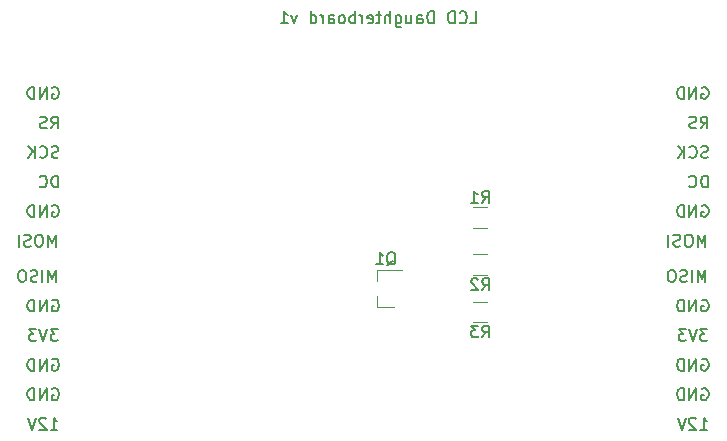
<source format=gbr>
G04 #@! TF.GenerationSoftware,KiCad,Pcbnew,(5.1.0)-1*
G04 #@! TF.CreationDate,2019-08-17T17:24:14+01:00*
G04 #@! TF.ProjectId,lcd_Daughterboard,6c63645f-4461-4756-9768-746572626f61,rev?*
G04 #@! TF.SameCoordinates,Original*
G04 #@! TF.FileFunction,Legend,Bot*
G04 #@! TF.FilePolarity,Positive*
%FSLAX46Y46*%
G04 Gerber Fmt 4.6, Leading zero omitted, Abs format (unit mm)*
G04 Created by KiCad (PCBNEW (5.1.0)-1) date 2019-08-17 17:24:14*
%MOMM*%
%LPD*%
G04 APERTURE LIST*
%ADD10C,0.150000*%
%ADD11C,0.120000*%
G04 APERTURE END LIST*
D10*
X143161904Y-102552380D02*
X143638095Y-102552380D01*
X143638095Y-101552380D01*
X142257142Y-102457142D02*
X142304761Y-102504761D01*
X142447619Y-102552380D01*
X142542857Y-102552380D01*
X142685714Y-102504761D01*
X142780952Y-102409523D01*
X142828571Y-102314285D01*
X142876190Y-102123809D01*
X142876190Y-101980952D01*
X142828571Y-101790476D01*
X142780952Y-101695238D01*
X142685714Y-101600000D01*
X142542857Y-101552380D01*
X142447619Y-101552380D01*
X142304761Y-101600000D01*
X142257142Y-101647619D01*
X141828571Y-102552380D02*
X141828571Y-101552380D01*
X141590476Y-101552380D01*
X141447619Y-101600000D01*
X141352380Y-101695238D01*
X141304761Y-101790476D01*
X141257142Y-101980952D01*
X141257142Y-102123809D01*
X141304761Y-102314285D01*
X141352380Y-102409523D01*
X141447619Y-102504761D01*
X141590476Y-102552380D01*
X141828571Y-102552380D01*
X140066666Y-102552380D02*
X140066666Y-101552380D01*
X139828571Y-101552380D01*
X139685714Y-101600000D01*
X139590476Y-101695238D01*
X139542857Y-101790476D01*
X139495238Y-101980952D01*
X139495238Y-102123809D01*
X139542857Y-102314285D01*
X139590476Y-102409523D01*
X139685714Y-102504761D01*
X139828571Y-102552380D01*
X140066666Y-102552380D01*
X138638095Y-102552380D02*
X138638095Y-102028571D01*
X138685714Y-101933333D01*
X138780952Y-101885714D01*
X138971428Y-101885714D01*
X139066666Y-101933333D01*
X138638095Y-102504761D02*
X138733333Y-102552380D01*
X138971428Y-102552380D01*
X139066666Y-102504761D01*
X139114285Y-102409523D01*
X139114285Y-102314285D01*
X139066666Y-102219047D01*
X138971428Y-102171428D01*
X138733333Y-102171428D01*
X138638095Y-102123809D01*
X137733333Y-101885714D02*
X137733333Y-102552380D01*
X138161904Y-101885714D02*
X138161904Y-102409523D01*
X138114285Y-102504761D01*
X138019047Y-102552380D01*
X137876190Y-102552380D01*
X137780952Y-102504761D01*
X137733333Y-102457142D01*
X136828571Y-101885714D02*
X136828571Y-102695238D01*
X136876190Y-102790476D01*
X136923809Y-102838095D01*
X137019047Y-102885714D01*
X137161904Y-102885714D01*
X137257142Y-102838095D01*
X136828571Y-102504761D02*
X136923809Y-102552380D01*
X137114285Y-102552380D01*
X137209523Y-102504761D01*
X137257142Y-102457142D01*
X137304761Y-102361904D01*
X137304761Y-102076190D01*
X137257142Y-101980952D01*
X137209523Y-101933333D01*
X137114285Y-101885714D01*
X136923809Y-101885714D01*
X136828571Y-101933333D01*
X136352380Y-102552380D02*
X136352380Y-101552380D01*
X135923809Y-102552380D02*
X135923809Y-102028571D01*
X135971428Y-101933333D01*
X136066666Y-101885714D01*
X136209523Y-101885714D01*
X136304761Y-101933333D01*
X136352380Y-101980952D01*
X135590476Y-101885714D02*
X135209523Y-101885714D01*
X135447619Y-101552380D02*
X135447619Y-102409523D01*
X135400000Y-102504761D01*
X135304761Y-102552380D01*
X135209523Y-102552380D01*
X134495238Y-102504761D02*
X134590476Y-102552380D01*
X134780952Y-102552380D01*
X134876190Y-102504761D01*
X134923809Y-102409523D01*
X134923809Y-102028571D01*
X134876190Y-101933333D01*
X134780952Y-101885714D01*
X134590476Y-101885714D01*
X134495238Y-101933333D01*
X134447619Y-102028571D01*
X134447619Y-102123809D01*
X134923809Y-102219047D01*
X134019047Y-102552380D02*
X134019047Y-101885714D01*
X134019047Y-102076190D02*
X133971428Y-101980952D01*
X133923809Y-101933333D01*
X133828571Y-101885714D01*
X133733333Y-101885714D01*
X133400000Y-102552380D02*
X133400000Y-101552380D01*
X133400000Y-101933333D02*
X133304761Y-101885714D01*
X133114285Y-101885714D01*
X133019047Y-101933333D01*
X132971428Y-101980952D01*
X132923809Y-102076190D01*
X132923809Y-102361904D01*
X132971428Y-102457142D01*
X133019047Y-102504761D01*
X133114285Y-102552380D01*
X133304761Y-102552380D01*
X133400000Y-102504761D01*
X132352380Y-102552380D02*
X132447619Y-102504761D01*
X132495238Y-102457142D01*
X132542857Y-102361904D01*
X132542857Y-102076190D01*
X132495238Y-101980952D01*
X132447619Y-101933333D01*
X132352380Y-101885714D01*
X132209523Y-101885714D01*
X132114285Y-101933333D01*
X132066666Y-101980952D01*
X132019047Y-102076190D01*
X132019047Y-102361904D01*
X132066666Y-102457142D01*
X132114285Y-102504761D01*
X132209523Y-102552380D01*
X132352380Y-102552380D01*
X131161904Y-102552380D02*
X131161904Y-102028571D01*
X131209523Y-101933333D01*
X131304761Y-101885714D01*
X131495238Y-101885714D01*
X131590476Y-101933333D01*
X131161904Y-102504761D02*
X131257142Y-102552380D01*
X131495238Y-102552380D01*
X131590476Y-102504761D01*
X131638095Y-102409523D01*
X131638095Y-102314285D01*
X131590476Y-102219047D01*
X131495238Y-102171428D01*
X131257142Y-102171428D01*
X131161904Y-102123809D01*
X130685714Y-102552380D02*
X130685714Y-101885714D01*
X130685714Y-102076190D02*
X130638095Y-101980952D01*
X130590476Y-101933333D01*
X130495238Y-101885714D01*
X130400000Y-101885714D01*
X129638095Y-102552380D02*
X129638095Y-101552380D01*
X129638095Y-102504761D02*
X129733333Y-102552380D01*
X129923809Y-102552380D01*
X130019047Y-102504761D01*
X130066666Y-102457142D01*
X130114285Y-102361904D01*
X130114285Y-102076190D01*
X130066666Y-101980952D01*
X130019047Y-101933333D01*
X129923809Y-101885714D01*
X129733333Y-101885714D01*
X129638095Y-101933333D01*
X128495238Y-101885714D02*
X128257142Y-102552380D01*
X128019047Y-101885714D01*
X127114285Y-102552380D02*
X127685714Y-102552380D01*
X127400000Y-102552380D02*
X127400000Y-101552380D01*
X127495238Y-101695238D01*
X127590476Y-101790476D01*
X127685714Y-101838095D01*
X163238095Y-128452380D02*
X162619047Y-128452380D01*
X162952380Y-128833333D01*
X162809523Y-128833333D01*
X162714285Y-128880952D01*
X162666666Y-128928571D01*
X162619047Y-129023809D01*
X162619047Y-129261904D01*
X162666666Y-129357142D01*
X162714285Y-129404761D01*
X162809523Y-129452380D01*
X163095238Y-129452380D01*
X163190476Y-129404761D01*
X163238095Y-129357142D01*
X162333333Y-128452380D02*
X162000000Y-129452380D01*
X161666666Y-128452380D01*
X161428571Y-128452380D02*
X160809523Y-128452380D01*
X161142857Y-128833333D01*
X161000000Y-128833333D01*
X160904761Y-128880952D01*
X160857142Y-128928571D01*
X160809523Y-129023809D01*
X160809523Y-129261904D01*
X160857142Y-129357142D01*
X160904761Y-129404761D01*
X161000000Y-129452380D01*
X161285714Y-129452380D01*
X161380952Y-129404761D01*
X161428571Y-129357142D01*
X162761904Y-126000000D02*
X162857142Y-125952380D01*
X163000000Y-125952380D01*
X163142857Y-126000000D01*
X163238095Y-126095238D01*
X163285714Y-126190476D01*
X163333333Y-126380952D01*
X163333333Y-126523809D01*
X163285714Y-126714285D01*
X163238095Y-126809523D01*
X163142857Y-126904761D01*
X163000000Y-126952380D01*
X162904761Y-126952380D01*
X162761904Y-126904761D01*
X162714285Y-126857142D01*
X162714285Y-126523809D01*
X162904761Y-126523809D01*
X162285714Y-126952380D02*
X162285714Y-125952380D01*
X161714285Y-126952380D01*
X161714285Y-125952380D01*
X161238095Y-126952380D02*
X161238095Y-125952380D01*
X161000000Y-125952380D01*
X160857142Y-126000000D01*
X160761904Y-126095238D01*
X160714285Y-126190476D01*
X160666666Y-126380952D01*
X160666666Y-126523809D01*
X160714285Y-126714285D01*
X160761904Y-126809523D01*
X160857142Y-126904761D01*
X161000000Y-126952380D01*
X161238095Y-126952380D01*
X162761904Y-131000000D02*
X162857142Y-130952380D01*
X163000000Y-130952380D01*
X163142857Y-131000000D01*
X163238095Y-131095238D01*
X163285714Y-131190476D01*
X163333333Y-131380952D01*
X163333333Y-131523809D01*
X163285714Y-131714285D01*
X163238095Y-131809523D01*
X163142857Y-131904761D01*
X163000000Y-131952380D01*
X162904761Y-131952380D01*
X162761904Y-131904761D01*
X162714285Y-131857142D01*
X162714285Y-131523809D01*
X162904761Y-131523809D01*
X162285714Y-131952380D02*
X162285714Y-130952380D01*
X161714285Y-131952380D01*
X161714285Y-130952380D01*
X161238095Y-131952380D02*
X161238095Y-130952380D01*
X161000000Y-130952380D01*
X160857142Y-131000000D01*
X160761904Y-131095238D01*
X160714285Y-131190476D01*
X160666666Y-131380952D01*
X160666666Y-131523809D01*
X160714285Y-131714285D01*
X160761904Y-131809523D01*
X160857142Y-131904761D01*
X161000000Y-131952380D01*
X161238095Y-131952380D01*
X163071428Y-124452380D02*
X163071428Y-123452380D01*
X162738095Y-124166666D01*
X162404761Y-123452380D01*
X162404761Y-124452380D01*
X161928571Y-124452380D02*
X161928571Y-123452380D01*
X161500000Y-124404761D02*
X161357142Y-124452380D01*
X161119047Y-124452380D01*
X161023809Y-124404761D01*
X160976190Y-124357142D01*
X160928571Y-124261904D01*
X160928571Y-124166666D01*
X160976190Y-124071428D01*
X161023809Y-124023809D01*
X161119047Y-123976190D01*
X161309523Y-123928571D01*
X161404761Y-123880952D01*
X161452380Y-123833333D01*
X161500000Y-123738095D01*
X161500000Y-123642857D01*
X161452380Y-123547619D01*
X161404761Y-123500000D01*
X161309523Y-123452380D01*
X161071428Y-123452380D01*
X160928571Y-123500000D01*
X160309523Y-123452380D02*
X160119047Y-123452380D01*
X160023809Y-123500000D01*
X159928571Y-123595238D01*
X159880952Y-123785714D01*
X159880952Y-124119047D01*
X159928571Y-124309523D01*
X160023809Y-124404761D01*
X160119047Y-124452380D01*
X160309523Y-124452380D01*
X160404761Y-124404761D01*
X160500000Y-124309523D01*
X160547619Y-124119047D01*
X160547619Y-123785714D01*
X160500000Y-123595238D01*
X160404761Y-123500000D01*
X160309523Y-123452380D01*
X163071428Y-121452380D02*
X163071428Y-120452380D01*
X162738095Y-121166666D01*
X162404761Y-120452380D01*
X162404761Y-121452380D01*
X161738095Y-120452380D02*
X161547619Y-120452380D01*
X161452380Y-120500000D01*
X161357142Y-120595238D01*
X161309523Y-120785714D01*
X161309523Y-121119047D01*
X161357142Y-121309523D01*
X161452380Y-121404761D01*
X161547619Y-121452380D01*
X161738095Y-121452380D01*
X161833333Y-121404761D01*
X161928571Y-121309523D01*
X161976190Y-121119047D01*
X161976190Y-120785714D01*
X161928571Y-120595238D01*
X161833333Y-120500000D01*
X161738095Y-120452380D01*
X160928571Y-121404761D02*
X160785714Y-121452380D01*
X160547619Y-121452380D01*
X160452380Y-121404761D01*
X160404761Y-121357142D01*
X160357142Y-121261904D01*
X160357142Y-121166666D01*
X160404761Y-121071428D01*
X160452380Y-121023809D01*
X160547619Y-120976190D01*
X160738095Y-120928571D01*
X160833333Y-120880952D01*
X160880952Y-120833333D01*
X160928571Y-120738095D01*
X160928571Y-120642857D01*
X160880952Y-120547619D01*
X160833333Y-120500000D01*
X160738095Y-120452380D01*
X160500000Y-120452380D01*
X160357142Y-120500000D01*
X159928571Y-121452380D02*
X159928571Y-120452380D01*
X162619047Y-136952380D02*
X163190476Y-136952380D01*
X162904761Y-136952380D02*
X162904761Y-135952380D01*
X163000000Y-136095238D01*
X163095238Y-136190476D01*
X163190476Y-136238095D01*
X162238095Y-136047619D02*
X162190476Y-136000000D01*
X162095238Y-135952380D01*
X161857142Y-135952380D01*
X161761904Y-136000000D01*
X161714285Y-136047619D01*
X161666666Y-136142857D01*
X161666666Y-136238095D01*
X161714285Y-136380952D01*
X162285714Y-136952380D01*
X161666666Y-136952380D01*
X161380952Y-135952380D02*
X161047619Y-136952380D01*
X160714285Y-135952380D01*
X162666666Y-111452380D02*
X163000000Y-110976190D01*
X163238095Y-111452380D02*
X163238095Y-110452380D01*
X162857142Y-110452380D01*
X162761904Y-110500000D01*
X162714285Y-110547619D01*
X162666666Y-110642857D01*
X162666666Y-110785714D01*
X162714285Y-110880952D01*
X162761904Y-110928571D01*
X162857142Y-110976190D01*
X163238095Y-110976190D01*
X162285714Y-111404761D02*
X162142857Y-111452380D01*
X161904761Y-111452380D01*
X161809523Y-111404761D01*
X161761904Y-111357142D01*
X161714285Y-111261904D01*
X161714285Y-111166666D01*
X161761904Y-111071428D01*
X161809523Y-111023809D01*
X161904761Y-110976190D01*
X162095238Y-110928571D01*
X162190476Y-110880952D01*
X162238095Y-110833333D01*
X162285714Y-110738095D01*
X162285714Y-110642857D01*
X162238095Y-110547619D01*
X162190476Y-110500000D01*
X162095238Y-110452380D01*
X161857142Y-110452380D01*
X161714285Y-110500000D01*
X162761904Y-118000000D02*
X162857142Y-117952380D01*
X163000000Y-117952380D01*
X163142857Y-118000000D01*
X163238095Y-118095238D01*
X163285714Y-118190476D01*
X163333333Y-118380952D01*
X163333333Y-118523809D01*
X163285714Y-118714285D01*
X163238095Y-118809523D01*
X163142857Y-118904761D01*
X163000000Y-118952380D01*
X162904761Y-118952380D01*
X162761904Y-118904761D01*
X162714285Y-118857142D01*
X162714285Y-118523809D01*
X162904761Y-118523809D01*
X162285714Y-118952380D02*
X162285714Y-117952380D01*
X161714285Y-118952380D01*
X161714285Y-117952380D01*
X161238095Y-118952380D02*
X161238095Y-117952380D01*
X161000000Y-117952380D01*
X160857142Y-118000000D01*
X160761904Y-118095238D01*
X160714285Y-118190476D01*
X160666666Y-118380952D01*
X160666666Y-118523809D01*
X160714285Y-118714285D01*
X160761904Y-118809523D01*
X160857142Y-118904761D01*
X161000000Y-118952380D01*
X161238095Y-118952380D01*
X162761904Y-133500000D02*
X162857142Y-133452380D01*
X163000000Y-133452380D01*
X163142857Y-133500000D01*
X163238095Y-133595238D01*
X163285714Y-133690476D01*
X163333333Y-133880952D01*
X163333333Y-134023809D01*
X163285714Y-134214285D01*
X163238095Y-134309523D01*
X163142857Y-134404761D01*
X163000000Y-134452380D01*
X162904761Y-134452380D01*
X162761904Y-134404761D01*
X162714285Y-134357142D01*
X162714285Y-134023809D01*
X162904761Y-134023809D01*
X162285714Y-134452380D02*
X162285714Y-133452380D01*
X161714285Y-134452380D01*
X161714285Y-133452380D01*
X161238095Y-134452380D02*
X161238095Y-133452380D01*
X161000000Y-133452380D01*
X160857142Y-133500000D01*
X160761904Y-133595238D01*
X160714285Y-133690476D01*
X160666666Y-133880952D01*
X160666666Y-134023809D01*
X160714285Y-134214285D01*
X160761904Y-134309523D01*
X160857142Y-134404761D01*
X161000000Y-134452380D01*
X161238095Y-134452380D01*
X163285714Y-113904761D02*
X163142857Y-113952380D01*
X162904761Y-113952380D01*
X162809523Y-113904761D01*
X162761904Y-113857142D01*
X162714285Y-113761904D01*
X162714285Y-113666666D01*
X162761904Y-113571428D01*
X162809523Y-113523809D01*
X162904761Y-113476190D01*
X163095238Y-113428571D01*
X163190476Y-113380952D01*
X163238095Y-113333333D01*
X163285714Y-113238095D01*
X163285714Y-113142857D01*
X163238095Y-113047619D01*
X163190476Y-113000000D01*
X163095238Y-112952380D01*
X162857142Y-112952380D01*
X162714285Y-113000000D01*
X161714285Y-113857142D02*
X161761904Y-113904761D01*
X161904761Y-113952380D01*
X162000000Y-113952380D01*
X162142857Y-113904761D01*
X162238095Y-113809523D01*
X162285714Y-113714285D01*
X162333333Y-113523809D01*
X162333333Y-113380952D01*
X162285714Y-113190476D01*
X162238095Y-113095238D01*
X162142857Y-113000000D01*
X162000000Y-112952380D01*
X161904761Y-112952380D01*
X161761904Y-113000000D01*
X161714285Y-113047619D01*
X161285714Y-113952380D02*
X161285714Y-112952380D01*
X160714285Y-113952380D02*
X161142857Y-113380952D01*
X160714285Y-112952380D02*
X161285714Y-113523809D01*
X162761904Y-108000000D02*
X162857142Y-107952380D01*
X163000000Y-107952380D01*
X163142857Y-108000000D01*
X163238095Y-108095238D01*
X163285714Y-108190476D01*
X163333333Y-108380952D01*
X163333333Y-108523809D01*
X163285714Y-108714285D01*
X163238095Y-108809523D01*
X163142857Y-108904761D01*
X163000000Y-108952380D01*
X162904761Y-108952380D01*
X162761904Y-108904761D01*
X162714285Y-108857142D01*
X162714285Y-108523809D01*
X162904761Y-108523809D01*
X162285714Y-108952380D02*
X162285714Y-107952380D01*
X161714285Y-108952380D01*
X161714285Y-107952380D01*
X161238095Y-108952380D02*
X161238095Y-107952380D01*
X161000000Y-107952380D01*
X160857142Y-108000000D01*
X160761904Y-108095238D01*
X160714285Y-108190476D01*
X160666666Y-108380952D01*
X160666666Y-108523809D01*
X160714285Y-108714285D01*
X160761904Y-108809523D01*
X160857142Y-108904761D01*
X161000000Y-108952380D01*
X161238095Y-108952380D01*
X163261904Y-116452380D02*
X163261904Y-115452380D01*
X163023809Y-115452380D01*
X162880952Y-115500000D01*
X162785714Y-115595238D01*
X162738095Y-115690476D01*
X162690476Y-115880952D01*
X162690476Y-116023809D01*
X162738095Y-116214285D01*
X162785714Y-116309523D01*
X162880952Y-116404761D01*
X163023809Y-116452380D01*
X163261904Y-116452380D01*
X161690476Y-116357142D02*
X161738095Y-116404761D01*
X161880952Y-116452380D01*
X161976190Y-116452380D01*
X162119047Y-116404761D01*
X162214285Y-116309523D01*
X162261904Y-116214285D01*
X162309523Y-116023809D01*
X162309523Y-115880952D01*
X162261904Y-115690476D01*
X162214285Y-115595238D01*
X162119047Y-115500000D01*
X161976190Y-115452380D01*
X161880952Y-115452380D01*
X161738095Y-115500000D01*
X161690476Y-115547619D01*
X107761904Y-118000000D02*
X107857142Y-117952380D01*
X108000000Y-117952380D01*
X108142857Y-118000000D01*
X108238095Y-118095238D01*
X108285714Y-118190476D01*
X108333333Y-118380952D01*
X108333333Y-118523809D01*
X108285714Y-118714285D01*
X108238095Y-118809523D01*
X108142857Y-118904761D01*
X108000000Y-118952380D01*
X107904761Y-118952380D01*
X107761904Y-118904761D01*
X107714285Y-118857142D01*
X107714285Y-118523809D01*
X107904761Y-118523809D01*
X107285714Y-118952380D02*
X107285714Y-117952380D01*
X106714285Y-118952380D01*
X106714285Y-117952380D01*
X106238095Y-118952380D02*
X106238095Y-117952380D01*
X106000000Y-117952380D01*
X105857142Y-118000000D01*
X105761904Y-118095238D01*
X105714285Y-118190476D01*
X105666666Y-118380952D01*
X105666666Y-118523809D01*
X105714285Y-118714285D01*
X105761904Y-118809523D01*
X105857142Y-118904761D01*
X106000000Y-118952380D01*
X106238095Y-118952380D01*
X108261904Y-116452380D02*
X108261904Y-115452380D01*
X108023809Y-115452380D01*
X107880952Y-115500000D01*
X107785714Y-115595238D01*
X107738095Y-115690476D01*
X107690476Y-115880952D01*
X107690476Y-116023809D01*
X107738095Y-116214285D01*
X107785714Y-116309523D01*
X107880952Y-116404761D01*
X108023809Y-116452380D01*
X108261904Y-116452380D01*
X106690476Y-116357142D02*
X106738095Y-116404761D01*
X106880952Y-116452380D01*
X106976190Y-116452380D01*
X107119047Y-116404761D01*
X107214285Y-116309523D01*
X107261904Y-116214285D01*
X107309523Y-116023809D01*
X107309523Y-115880952D01*
X107261904Y-115690476D01*
X107214285Y-115595238D01*
X107119047Y-115500000D01*
X106976190Y-115452380D01*
X106880952Y-115452380D01*
X106738095Y-115500000D01*
X106690476Y-115547619D01*
X108238095Y-128452380D02*
X107619047Y-128452380D01*
X107952380Y-128833333D01*
X107809523Y-128833333D01*
X107714285Y-128880952D01*
X107666666Y-128928571D01*
X107619047Y-129023809D01*
X107619047Y-129261904D01*
X107666666Y-129357142D01*
X107714285Y-129404761D01*
X107809523Y-129452380D01*
X108095238Y-129452380D01*
X108190476Y-129404761D01*
X108238095Y-129357142D01*
X107333333Y-128452380D02*
X107000000Y-129452380D01*
X106666666Y-128452380D01*
X106428571Y-128452380D02*
X105809523Y-128452380D01*
X106142857Y-128833333D01*
X106000000Y-128833333D01*
X105904761Y-128880952D01*
X105857142Y-128928571D01*
X105809523Y-129023809D01*
X105809523Y-129261904D01*
X105857142Y-129357142D01*
X105904761Y-129404761D01*
X106000000Y-129452380D01*
X106285714Y-129452380D01*
X106380952Y-129404761D01*
X106428571Y-129357142D01*
X107619047Y-136952380D02*
X108190476Y-136952380D01*
X107904761Y-136952380D02*
X107904761Y-135952380D01*
X108000000Y-136095238D01*
X108095238Y-136190476D01*
X108190476Y-136238095D01*
X107238095Y-136047619D02*
X107190476Y-136000000D01*
X107095238Y-135952380D01*
X106857142Y-135952380D01*
X106761904Y-136000000D01*
X106714285Y-136047619D01*
X106666666Y-136142857D01*
X106666666Y-136238095D01*
X106714285Y-136380952D01*
X107285714Y-136952380D01*
X106666666Y-136952380D01*
X106380952Y-135952380D02*
X106047619Y-136952380D01*
X105714285Y-135952380D01*
X107761904Y-133500000D02*
X107857142Y-133452380D01*
X108000000Y-133452380D01*
X108142857Y-133500000D01*
X108238095Y-133595238D01*
X108285714Y-133690476D01*
X108333333Y-133880952D01*
X108333333Y-134023809D01*
X108285714Y-134214285D01*
X108238095Y-134309523D01*
X108142857Y-134404761D01*
X108000000Y-134452380D01*
X107904761Y-134452380D01*
X107761904Y-134404761D01*
X107714285Y-134357142D01*
X107714285Y-134023809D01*
X107904761Y-134023809D01*
X107285714Y-134452380D02*
X107285714Y-133452380D01*
X106714285Y-134452380D01*
X106714285Y-133452380D01*
X106238095Y-134452380D02*
X106238095Y-133452380D01*
X106000000Y-133452380D01*
X105857142Y-133500000D01*
X105761904Y-133595238D01*
X105714285Y-133690476D01*
X105666666Y-133880952D01*
X105666666Y-134023809D01*
X105714285Y-134214285D01*
X105761904Y-134309523D01*
X105857142Y-134404761D01*
X106000000Y-134452380D01*
X106238095Y-134452380D01*
X108071428Y-121452380D02*
X108071428Y-120452380D01*
X107738095Y-121166666D01*
X107404761Y-120452380D01*
X107404761Y-121452380D01*
X106738095Y-120452380D02*
X106547619Y-120452380D01*
X106452380Y-120500000D01*
X106357142Y-120595238D01*
X106309523Y-120785714D01*
X106309523Y-121119047D01*
X106357142Y-121309523D01*
X106452380Y-121404761D01*
X106547619Y-121452380D01*
X106738095Y-121452380D01*
X106833333Y-121404761D01*
X106928571Y-121309523D01*
X106976190Y-121119047D01*
X106976190Y-120785714D01*
X106928571Y-120595238D01*
X106833333Y-120500000D01*
X106738095Y-120452380D01*
X105928571Y-121404761D02*
X105785714Y-121452380D01*
X105547619Y-121452380D01*
X105452380Y-121404761D01*
X105404761Y-121357142D01*
X105357142Y-121261904D01*
X105357142Y-121166666D01*
X105404761Y-121071428D01*
X105452380Y-121023809D01*
X105547619Y-120976190D01*
X105738095Y-120928571D01*
X105833333Y-120880952D01*
X105880952Y-120833333D01*
X105928571Y-120738095D01*
X105928571Y-120642857D01*
X105880952Y-120547619D01*
X105833333Y-120500000D01*
X105738095Y-120452380D01*
X105500000Y-120452380D01*
X105357142Y-120500000D01*
X104928571Y-121452380D02*
X104928571Y-120452380D01*
X107761904Y-126000000D02*
X107857142Y-125952380D01*
X108000000Y-125952380D01*
X108142857Y-126000000D01*
X108238095Y-126095238D01*
X108285714Y-126190476D01*
X108333333Y-126380952D01*
X108333333Y-126523809D01*
X108285714Y-126714285D01*
X108238095Y-126809523D01*
X108142857Y-126904761D01*
X108000000Y-126952380D01*
X107904761Y-126952380D01*
X107761904Y-126904761D01*
X107714285Y-126857142D01*
X107714285Y-126523809D01*
X107904761Y-126523809D01*
X107285714Y-126952380D02*
X107285714Y-125952380D01*
X106714285Y-126952380D01*
X106714285Y-125952380D01*
X106238095Y-126952380D02*
X106238095Y-125952380D01*
X106000000Y-125952380D01*
X105857142Y-126000000D01*
X105761904Y-126095238D01*
X105714285Y-126190476D01*
X105666666Y-126380952D01*
X105666666Y-126523809D01*
X105714285Y-126714285D01*
X105761904Y-126809523D01*
X105857142Y-126904761D01*
X106000000Y-126952380D01*
X106238095Y-126952380D01*
X108071428Y-124452380D02*
X108071428Y-123452380D01*
X107738095Y-124166666D01*
X107404761Y-123452380D01*
X107404761Y-124452380D01*
X106928571Y-124452380D02*
X106928571Y-123452380D01*
X106500000Y-124404761D02*
X106357142Y-124452380D01*
X106119047Y-124452380D01*
X106023809Y-124404761D01*
X105976190Y-124357142D01*
X105928571Y-124261904D01*
X105928571Y-124166666D01*
X105976190Y-124071428D01*
X106023809Y-124023809D01*
X106119047Y-123976190D01*
X106309523Y-123928571D01*
X106404761Y-123880952D01*
X106452380Y-123833333D01*
X106500000Y-123738095D01*
X106500000Y-123642857D01*
X106452380Y-123547619D01*
X106404761Y-123500000D01*
X106309523Y-123452380D01*
X106071428Y-123452380D01*
X105928571Y-123500000D01*
X105309523Y-123452380D02*
X105119047Y-123452380D01*
X105023809Y-123500000D01*
X104928571Y-123595238D01*
X104880952Y-123785714D01*
X104880952Y-124119047D01*
X104928571Y-124309523D01*
X105023809Y-124404761D01*
X105119047Y-124452380D01*
X105309523Y-124452380D01*
X105404761Y-124404761D01*
X105500000Y-124309523D01*
X105547619Y-124119047D01*
X105547619Y-123785714D01*
X105500000Y-123595238D01*
X105404761Y-123500000D01*
X105309523Y-123452380D01*
X107761904Y-108000000D02*
X107857142Y-107952380D01*
X108000000Y-107952380D01*
X108142857Y-108000000D01*
X108238095Y-108095238D01*
X108285714Y-108190476D01*
X108333333Y-108380952D01*
X108333333Y-108523809D01*
X108285714Y-108714285D01*
X108238095Y-108809523D01*
X108142857Y-108904761D01*
X108000000Y-108952380D01*
X107904761Y-108952380D01*
X107761904Y-108904761D01*
X107714285Y-108857142D01*
X107714285Y-108523809D01*
X107904761Y-108523809D01*
X107285714Y-108952380D02*
X107285714Y-107952380D01*
X106714285Y-108952380D01*
X106714285Y-107952380D01*
X106238095Y-108952380D02*
X106238095Y-107952380D01*
X106000000Y-107952380D01*
X105857142Y-108000000D01*
X105761904Y-108095238D01*
X105714285Y-108190476D01*
X105666666Y-108380952D01*
X105666666Y-108523809D01*
X105714285Y-108714285D01*
X105761904Y-108809523D01*
X105857142Y-108904761D01*
X106000000Y-108952380D01*
X106238095Y-108952380D01*
X108285714Y-113904761D02*
X108142857Y-113952380D01*
X107904761Y-113952380D01*
X107809523Y-113904761D01*
X107761904Y-113857142D01*
X107714285Y-113761904D01*
X107714285Y-113666666D01*
X107761904Y-113571428D01*
X107809523Y-113523809D01*
X107904761Y-113476190D01*
X108095238Y-113428571D01*
X108190476Y-113380952D01*
X108238095Y-113333333D01*
X108285714Y-113238095D01*
X108285714Y-113142857D01*
X108238095Y-113047619D01*
X108190476Y-113000000D01*
X108095238Y-112952380D01*
X107857142Y-112952380D01*
X107714285Y-113000000D01*
X106714285Y-113857142D02*
X106761904Y-113904761D01*
X106904761Y-113952380D01*
X107000000Y-113952380D01*
X107142857Y-113904761D01*
X107238095Y-113809523D01*
X107285714Y-113714285D01*
X107333333Y-113523809D01*
X107333333Y-113380952D01*
X107285714Y-113190476D01*
X107238095Y-113095238D01*
X107142857Y-113000000D01*
X107000000Y-112952380D01*
X106904761Y-112952380D01*
X106761904Y-113000000D01*
X106714285Y-113047619D01*
X106285714Y-113952380D02*
X106285714Y-112952380D01*
X105714285Y-113952380D02*
X106142857Y-113380952D01*
X105714285Y-112952380D02*
X106285714Y-113523809D01*
X107761904Y-131000000D02*
X107857142Y-130952380D01*
X108000000Y-130952380D01*
X108142857Y-131000000D01*
X108238095Y-131095238D01*
X108285714Y-131190476D01*
X108333333Y-131380952D01*
X108333333Y-131523809D01*
X108285714Y-131714285D01*
X108238095Y-131809523D01*
X108142857Y-131904761D01*
X108000000Y-131952380D01*
X107904761Y-131952380D01*
X107761904Y-131904761D01*
X107714285Y-131857142D01*
X107714285Y-131523809D01*
X107904761Y-131523809D01*
X107285714Y-131952380D02*
X107285714Y-130952380D01*
X106714285Y-131952380D01*
X106714285Y-130952380D01*
X106238095Y-131952380D02*
X106238095Y-130952380D01*
X106000000Y-130952380D01*
X105857142Y-131000000D01*
X105761904Y-131095238D01*
X105714285Y-131190476D01*
X105666666Y-131380952D01*
X105666666Y-131523809D01*
X105714285Y-131714285D01*
X105761904Y-131809523D01*
X105857142Y-131904761D01*
X106000000Y-131952380D01*
X106238095Y-131952380D01*
X107666666Y-111452380D02*
X108000000Y-110976190D01*
X108238095Y-111452380D02*
X108238095Y-110452380D01*
X107857142Y-110452380D01*
X107761904Y-110500000D01*
X107714285Y-110547619D01*
X107666666Y-110642857D01*
X107666666Y-110785714D01*
X107714285Y-110880952D01*
X107761904Y-110928571D01*
X107857142Y-110976190D01*
X108238095Y-110976190D01*
X107285714Y-111404761D02*
X107142857Y-111452380D01*
X106904761Y-111452380D01*
X106809523Y-111404761D01*
X106761904Y-111357142D01*
X106714285Y-111261904D01*
X106714285Y-111166666D01*
X106761904Y-111071428D01*
X106809523Y-111023809D01*
X106904761Y-110976190D01*
X107095238Y-110928571D01*
X107190476Y-110880952D01*
X107238095Y-110833333D01*
X107285714Y-110738095D01*
X107285714Y-110642857D01*
X107238095Y-110547619D01*
X107190476Y-110500000D01*
X107095238Y-110452380D01*
X106857142Y-110452380D01*
X106714285Y-110500000D01*
D11*
X143400000Y-119880000D02*
X144600000Y-119880000D01*
X144600000Y-118120000D02*
X143400000Y-118120000D01*
X143400000Y-123880000D02*
X144600000Y-123880000D01*
X144600000Y-122120000D02*
X143400000Y-122120000D01*
X143400000Y-127880000D02*
X144600000Y-127880000D01*
X144600000Y-126120000D02*
X143400000Y-126120000D01*
X135240000Y-126580000D02*
X136700000Y-126580000D01*
X135240000Y-123420000D02*
X137400000Y-123420000D01*
X135240000Y-123420000D02*
X135240000Y-124350000D01*
X135240000Y-126580000D02*
X135240000Y-125650000D01*
D10*
X144166666Y-117752380D02*
X144500000Y-117276190D01*
X144738095Y-117752380D02*
X144738095Y-116752380D01*
X144357142Y-116752380D01*
X144261904Y-116800000D01*
X144214285Y-116847619D01*
X144166666Y-116942857D01*
X144166666Y-117085714D01*
X144214285Y-117180952D01*
X144261904Y-117228571D01*
X144357142Y-117276190D01*
X144738095Y-117276190D01*
X143214285Y-117752380D02*
X143785714Y-117752380D01*
X143500000Y-117752380D02*
X143500000Y-116752380D01*
X143595238Y-116895238D01*
X143690476Y-116990476D01*
X143785714Y-117038095D01*
X144166666Y-125152380D02*
X144500000Y-124676190D01*
X144738095Y-125152380D02*
X144738095Y-124152380D01*
X144357142Y-124152380D01*
X144261904Y-124200000D01*
X144214285Y-124247619D01*
X144166666Y-124342857D01*
X144166666Y-124485714D01*
X144214285Y-124580952D01*
X144261904Y-124628571D01*
X144357142Y-124676190D01*
X144738095Y-124676190D01*
X143785714Y-124247619D02*
X143738095Y-124200000D01*
X143642857Y-124152380D01*
X143404761Y-124152380D01*
X143309523Y-124200000D01*
X143261904Y-124247619D01*
X143214285Y-124342857D01*
X143214285Y-124438095D01*
X143261904Y-124580952D01*
X143833333Y-125152380D01*
X143214285Y-125152380D01*
X144166666Y-129152380D02*
X144500000Y-128676190D01*
X144738095Y-129152380D02*
X144738095Y-128152380D01*
X144357142Y-128152380D01*
X144261904Y-128200000D01*
X144214285Y-128247619D01*
X144166666Y-128342857D01*
X144166666Y-128485714D01*
X144214285Y-128580952D01*
X144261904Y-128628571D01*
X144357142Y-128676190D01*
X144738095Y-128676190D01*
X143833333Y-128152380D02*
X143214285Y-128152380D01*
X143547619Y-128533333D01*
X143404761Y-128533333D01*
X143309523Y-128580952D01*
X143261904Y-128628571D01*
X143214285Y-128723809D01*
X143214285Y-128961904D01*
X143261904Y-129057142D01*
X143309523Y-129104761D01*
X143404761Y-129152380D01*
X143690476Y-129152380D01*
X143785714Y-129104761D01*
X143833333Y-129057142D01*
X136095238Y-123047619D02*
X136190476Y-123000000D01*
X136285714Y-122904761D01*
X136428571Y-122761904D01*
X136523809Y-122714285D01*
X136619047Y-122714285D01*
X136571428Y-122952380D02*
X136666666Y-122904761D01*
X136761904Y-122809523D01*
X136809523Y-122619047D01*
X136809523Y-122285714D01*
X136761904Y-122095238D01*
X136666666Y-122000000D01*
X136571428Y-121952380D01*
X136380952Y-121952380D01*
X136285714Y-122000000D01*
X136190476Y-122095238D01*
X136142857Y-122285714D01*
X136142857Y-122619047D01*
X136190476Y-122809523D01*
X136285714Y-122904761D01*
X136380952Y-122952380D01*
X136571428Y-122952380D01*
X135190476Y-122952380D02*
X135761904Y-122952380D01*
X135476190Y-122952380D02*
X135476190Y-121952380D01*
X135571428Y-122095238D01*
X135666666Y-122190476D01*
X135761904Y-122238095D01*
M02*

</source>
